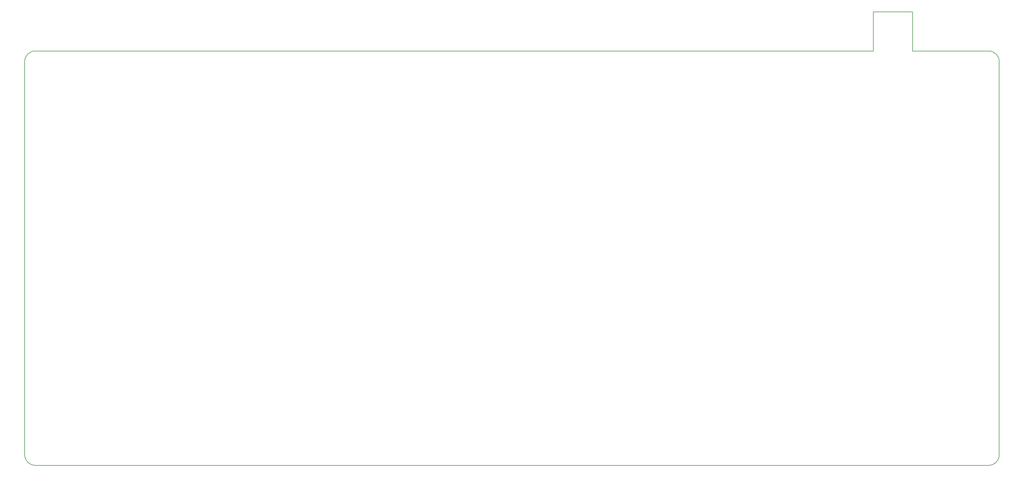
<source format=gbr>
G04 #@! TF.GenerationSoftware,KiCad,Pcbnew,(6.0.2)*
G04 #@! TF.CreationDate,2022-03-04T19:39:09-03:00*
G04 #@! TF.ProjectId,BareDevRev2,42617265-4465-4765-9265-76322e6b6963,V1.1.0*
G04 #@! TF.SameCoordinates,Original*
G04 #@! TF.FileFunction,Profile,NP*
%FSLAX46Y46*%
G04 Gerber Fmt 4.6, Leading zero omitted, Abs format (unit mm)*
G04 Created by KiCad (PCBNEW (6.0.2)) date 2022-03-04 19:39:09*
%MOMM*%
%LPD*%
G01*
G04 APERTURE LIST*
G04 #@! TA.AperFunction,Profile*
%ADD10C,0.200000*%
G04 #@! TD*
G04 APERTURE END LIST*
D10*
X28717262Y-36031250D02*
X285448512Y-36031250D01*
X285448512Y-23998000D02*
X285448512Y-36031250D01*
X323992262Y-159856250D02*
X323992262Y-39206250D01*
X285448512Y-23998000D02*
X297448512Y-23998000D01*
X28717262Y-36031250D02*
G75*
G03*
X25542262Y-39206250I0J-3175000D01*
G01*
X320817262Y-163031250D02*
G75*
G03*
X323992262Y-159856250I0J3175000D01*
G01*
X297448512Y-36031250D02*
X320817262Y-36031250D01*
X323992262Y-39206250D02*
G75*
G03*
X320817262Y-36031250I-3175000J0D01*
G01*
X28717262Y-163031250D02*
X320817262Y-163031250D01*
X297448512Y-23998000D02*
X297448512Y-36031250D01*
X25542262Y-159856250D02*
G75*
G03*
X28717262Y-163031250I3175000J0D01*
G01*
X25542262Y-39206250D02*
X25542262Y-159856250D01*
M02*

</source>
